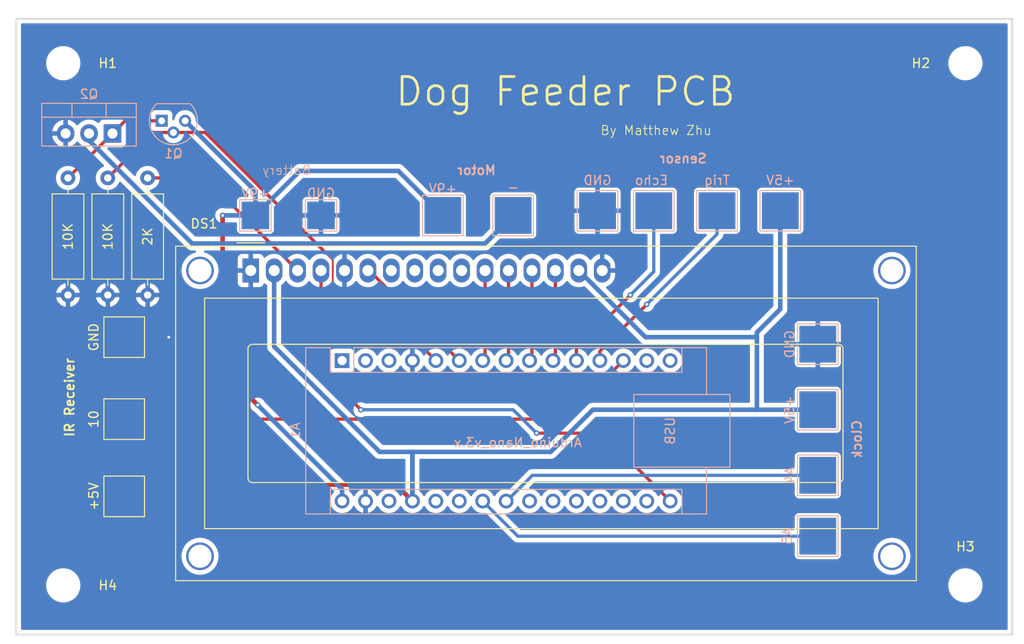
<source format=kicad_pcb>
(kicad_pcb (version 20221018) (generator pcbnew)
  (layers (0 "F.Cu" signal) (31 "B.Cu" signal) (34 "B.Paste" user) (35 "F.Paste" user) (36 "B.SilkS" user "B.Silkscreen") (37 "F.SilkS" user "F.Silkscreen") (38 "B.Mask" user) (39 "F.Mask" user) (44 "Edge.Cuts" user))
  (net 0 "")
  (net 1 "GND")
  (net 2 "+9V")
  (net 3 "+5V")
  (net 4 "/10")
  (net 5 "/9")
  (net 6 "/8")
  (net 7 "/3")
  (net 8 "Net-(Q1-E)")
  (net 9 "Net-(DS1-VO)")
  (net 10 "Net-(D1-A)")
  (net 14 "/2")
  (net 15 "/4")
  (net 16 "/5")
  (net 17 "/6")
  (net 18 "/7")
  (net 21 "/13")
  (net 28 "/A4")
  (net 29 "/A5")
  (footprint "MountingHole:MountingHole_3.2mm_M3" (layer "F.Cu") (at 191.008 125.73)
    (fp_text reference "H3" (at 0 -4.2) (layer "F.SilkS"))
    (fp_text value "MountingHole" hide)
    (pad "" np_thru_hole circle (at 0 0) (size 3.2 3.2) (drill 3.2) (layers "*.Cu" "*.Mask"))
  )
  (footprint "TestPoint:TestPoint_Pad_4.0x4.0mm" (layer "F.Cu") (at 99.822 116.078 -90)
    (fp_text reference "+5V" (at 0 3.302 90) (layer "F.SilkS"))
    (fp_text value "TestPoint" hide)
    (fp_line (start -2.2 -2.2) (end 2.2 -2.2) (stroke (width 0.12)) (layer "F.SilkS"))
    (fp_line (start -2.2 2.2) (end -2.2 -2.2) (stroke (width 0.12)) (layer "F.SilkS"))
    (fp_line (start 2.2 -2.2) (end 2.2 2.2) (stroke (width 0.12)) (layer "F.SilkS"))
    (fp_line (start 2.2 2.2) (end -2.2 2.2) (stroke (width 0.12)) (layer "F.SilkS"))
    (pad "1" smd rect (at 0 0 270) (size 4 4) (layers "F.Cu" "F.Mask") (net 3 "+5V"))
  )
  (footprint "MountingHole:MountingHole_3.2mm_M3" (layer "F.Cu") (at 191.008 69.088)
    (fp_text reference "H2" (at -4.826 0) (layer "F.SilkS"))
    (fp_text value "MountingHole" hide)
    (pad "" np_thru_hole circle (at 0 0) (size 3.2 3.2) (drill 3.2) (layers "*.Cu" "*.Mask"))
  )
  (footprint "TestPoint:TestPoint_Pad_4.0x4.0mm" (layer "F.Cu") (at 99.822 107.696 -90)
    (fp_text reference "10" (at 0 3.302 90) (layer "F.SilkS"))
    (fp_text value "TestPoint" hide)
    (fp_line (start -2.2 -2.2) (end 2.2 -2.2) (stroke (width 0.12)) (layer "F.SilkS"))
    (fp_line (start -2.2 2.2) (end -2.2 -2.2) (stroke (width 0.12)) (layer "F.SilkS"))
    (fp_line (start 2.2 -2.2) (end 2.2 2.2) (stroke (width 0.12)) (layer "F.SilkS"))
    (fp_line (start 2.2 2.2) (end -2.2 2.2) (stroke (width 0.12)) (layer "F.SilkS"))
    (pad "1" smd rect (at 0 0 270) (size 4 4) (layers "F.Cu" "F.Mask") (net 4 "/10"))
  )
  (footprint "Resistor_THT:R_Axial_DIN0309_L9.0mm_D3.2mm_P12.70mm_Horizontal" (layer "F.Cu") (at 98.044 81.534 -90)
    (fp_text reference "10K" (at 6.35 0 90) (layer "F.SilkS"))
    (fp_text value "10K" hide)
    (fp_line (start 1.04 0) (end 1.73 0) (stroke (width 0.12)) (layer "F.SilkS"))
    (fp_line (start 1.73 -1.72) (end 1.73 1.72) (stroke (width 0.12)) (layer "F.SilkS"))
    (fp_line (start 1.73 1.72) (end 10.97 1.72) (stroke (width 0.12)) (layer "F.SilkS"))
    (fp_line (start 10.97 -1.72) (end 1.73 -1.72) (stroke (width 0.12)) (layer "F.SilkS"))
    (fp_line (start 10.97 1.72) (end 10.97 -1.72) (stroke (width 0.12)) (layer "F.SilkS"))
    (fp_line (start 11.66 0) (end 10.97 0) (stroke (width 0.12)) (layer "F.SilkS"))
    (pad "1" thru_hole circle (at 0 0 270) (size 1.6 1.6) (drill 0.8) (layers "*.Cu" "*.Mask") (net 14 "/2"))
    (pad "2" thru_hole oval (at 12.7 0 270) (size 1.6 1.6) (drill 0.8) (layers "*.Cu" "*.Mask") (net 1 "GND"))
  )
  (footprint "TestPoint:TestPoint_Pad_4.0x4.0mm" (layer "F.Cu") (at 99.822 98.806 -90)
    (fp_text reference "GND" (at 0 3.302 90) (layer "F.SilkS"))
    (fp_text value "TestPoint" hide)
    (fp_line (start -2.2 -2.2) (end 2.2 -2.2) (stroke (width 0.12)) (layer "F.SilkS"))
    (fp_line (start -2.2 2.2) (end -2.2 -2.2) (stroke (width 0.12)) (layer "F.SilkS"))
    (fp_line (start 2.2 -2.2) (end 2.2 2.2) (stroke (width 0.12)) (layer "F.SilkS"))
    (fp_line (start 2.2 2.2) (end -2.2 2.2) (stroke (width 0.12)) (layer "F.SilkS"))
    (pad "1" smd rect (at 0 0 270) (size 4 4) (layers "F.Cu" "F.Mask") (net 1 "GND"))
  )
  (footprint "Resistor_THT:R_Axial_DIN0309_L9.0mm_D3.2mm_P12.70mm_Horizontal" (layer "F.Cu") (at 93.726 81.534 -90)
    (fp_text reference "10K" (at 6.35 0 90) (layer "F.SilkS"))
    (fp_text value "10K" hide)
    (fp_line (start 1.04 0) (end 1.73 0) (stroke (width 0.12)) (layer "F.SilkS"))
    (fp_line (start 1.73 -1.72) (end 1.73 1.72) (stroke (width 0.12)) (layer "F.SilkS"))
    (fp_line (start 1.73 1.72) (end 10.97 1.72) (stroke (width 0.12)) (layer "F.SilkS"))
    (fp_line (start 10.97 -1.72) (end 1.73 -1.72) (stroke (width 0.12)) (layer "F.SilkS"))
    (fp_line (start 10.97 1.72) (end 10.97 -1.72) (stroke (width 0.12)) (layer "F.SilkS"))
    (fp_line (start 11.66 0) (end 10.97 0) (stroke (width 0.12)) (layer "F.SilkS"))
    (pad "1" thru_hole circle (at 0 0 270) (size 1.6 1.6) (drill 0.8) (layers "*.Cu" "*.Mask") (net 8 "Net-(Q1-E)"))
    (pad "2" thru_hole oval (at 12.7 0 270) (size 1.6 1.6) (drill 0.8) (layers "*.Cu" "*.Mask") (net 1 "GND"))
  )
  (footprint "MountingHole:MountingHole_3.2mm_M3" (layer "F.Cu") (at 93.218 125.73)
    (fp_text reference "H4" (at 4.826 0) (layer "F.SilkS"))
    (fp_text value "MountingHole" hide)
    (pad "" np_thru_hole circle (at 0 0) (size 3.2 3.2) (drill 3.2) (layers "*.Cu" "*.Mask"))
  )
  (footprint "Display:WC1602A" (layer "F.Cu") (at 113.538 91.5765)
    (fp_text reference "DS1" (at -5.058 -5.08) (layer "F.SilkS"))
    (fp_text value "WC1602A")
    (fp_line (start -8.14 -2.64) (end -8.14 33.64) (stroke (width 0.12)) (layer "F.SilkS"))
    (fp_line (start -8.14 33.64) (end 72.14 33.64) (stroke (width 0.12)) (layer "F.SilkS"))
    (fp_line (start -8.13 -2.64) (end -7.34 -2.64) (stroke (width 0.12)) (layer "F.SilkS"))
    (fp_line (start -5 3) (end 68 3) (stroke (width 0.12)) (layer "F.SilkS"))
    (fp_line (start -5 28) (end -5 3) (stroke (width 0.12)) (layer "F.SilkS"))
    (fp_line (start -1.5 -3) (end 1.5 -3) (stroke (width 0.12)) (layer "F.SilkS"))
    (fp_line (start -0.29972 22.49932) (end -0.29972 8.5) (stroke (width 0.12)) (layer "F.SilkS"))
    (fp_line (start 0.2 8) (end 63.7 8) (stroke (width 0.12)) (layer "F.SilkS"))
    (fp_line (start 63.70066 23) (end 0.2 23) (stroke (width 0.12)) (layer "F.SilkS"))
    (fp_line (start 64.2 8.5) (end 64.2 22.5) (stroke (width 0.12)) (layer "F.SilkS"))
    (fp_line (start 68 3) (end 68 28) (stroke (width 0.12)) (layer "F.SilkS"))
    (fp_line (start 68 28) (end -5 28) (stroke (width 0.12)) (layer "F.SilkS"))
    (fp_line (start 72.14 -2.64) (end -7.34 -2.64) (stroke (width 0.12)) (layer "F.SilkS"))
    (fp_line (start 72.14 33.64) (end 72.14 -2.64) (stroke (width 0.12)) (layer "F.SilkS"))
    (fp_arc (start -0.29972 8.49884) (mid -0.153162 8.145018) (end 0.20066 7.99846) (stroke (width 0.12)) (layer "F.SilkS"))
    (fp_arc (start 0.20066 22.9997) (mid -0.153162 22.853142) (end -0.29972 22.49932) (stroke (width 0.12)) (layer "F.SilkS"))
    (fp_arc (start 63.7 8) (mid 64.053553 8.146447) (end 64.2 8.5) (stroke (width 0.12)) (layer "F.SilkS"))
    (fp_arc (start 64.20104 22.49932) (mid 64.054473 22.853115) (end 63.70066 22.9997) (stroke (width 0.12)) (layer "F.SilkS"))
    (pad "" thru_hole circle (at -5.4991 0) (size 3 3) (drill 2.5) (layers "*.Cu" "*.Mask"))
    (pad "" thru_hole circle (at -5.4991 31.0007) (size 3 3) (drill 2.5) (layers "*.Cu" "*.Mask"))
    (pad "" thru_hole circle (at 69.49948 31.0007) (size 3 3) (drill 2.5) (layers "*.Cu" "*.Mask"))
    (pad "" thru_hole circle (at 69.5 0) (size 3 3) (drill 2.5) (layers "*.Cu" "*.Mask"))
    (pad "1" thru_hole rect (at 0 0) (size 1.8 2.6) (drill 1.2) (layers "*.Cu" "*.Mask") (net 1 "GND"))
    (pad "2" thru_hole oval (at 2.54 0) (size 1.8 2.6) (drill 1.2) (layers "*.Cu" "*.Mask") (net 3 "+5V"))
    (pad "3" thru_hole oval (at 5.08 0) (size 1.8 2.6) (drill 1.2) (layers "*.Cu" "*.Mask") (net 9 "Net-(DS1-VO)"))
    (pad "4" thru_hole oval (at 7.62 0) (size 1.8 2.6) (drill 1.2) (layers "*.Cu" "*.Mask") (net 21 "/13"))
    (pad "5" thru_hole oval (at 10.16 0) (size 1.8 2.6) (drill 1.2) (layers "*.Cu" "*.Mask") (net 1 "GND"))
    (pad "6" thru_hole oval (at 12.7 0) (size 1.8 2.6) (drill 1.2) (layers "*.Cu" "*.Mask") (net 7 "/3"))
    (pad "7" thru_hole oval (at 15.24 0) (size 1.8 2.6) (drill 1.2) (layers "*.Cu" "*.Mask"))
    (pad "8" thru_hole oval (at 17.78 0) (size 1.8 2.6) (drill 1.2) (layers "*.Cu" "*.Mask"))
    (pad "9" thru_hole oval (at 20.32 0) (size 1.8 2.6) (drill 1.2) (layers "*.Cu" "*.Mask"))
    (pad "10" thru_hole oval (at 22.86 0) (size 1.8 2.6) (drill 1.2) (layers "*.Cu" "*.Mask"))
    (pad "11" thru_hole oval (at 25.4 0) (size 1.8 2.6) (drill 1.2) (layers "*.Cu" "*.Mask") (net 15 "/4"))
    (pad "12" thru_hole oval (at 27.94 0) (size 1.8 2.6) (drill 1.2) (layers "*.Cu" "*.Mask") (net 16 "/5"))
    (pad "13" thru_hole oval (at 30.48 0) (size 1.8 2.6) (drill 1.2) (layers "*.Cu" "*.Mask") (net 17 "/6"))
    (pad "14" thru_hole oval (at 33.02 0) (size 1.8 2.6) (drill 1.2) (layers "*.Cu" "*.Mask") (net 18 "/7"))
    (pad "15" thru_hole oval (at 35.56 0) (size 1.8 2.6) (drill 1.2) (layers "*.Cu" "*.Mask") (net 3 "+5V"))
    (pad "16" thru_hole oval (at 38.1 0) (size 1.8 2.6) (drill 1.2) (layers "*.Cu" "*.Mask") (net 1 "GND"))
  )
  (footprint "Resistor_THT:R_Axial_DIN0309_L9.0mm_D3.2mm_P12.70mm_Horizontal" (layer "F.Cu") (at 102.362 81.534 -90)
    (fp_text reference "R4" hide)
    (fp_text value "2k" hide)
    (fp_text user "2K" (at 6.35 0 90) (layer "F.SilkS"))
    (fp_line (start 1.04 0) (end 1.73 0) (stroke (width 0.12)) (layer "F.SilkS"))
    (fp_line (start 1.73 -1.72) (end 1.73 1.72) (stroke (width 0.12)) (layer "F.SilkS"))
    (fp_line (start 1.73 1.72) (end 10.97 1.72) (stroke (width 0.12)) (layer "F.SilkS"))
    (fp_line (start 10.97 -1.72) (end 1.73 -1.72) (stroke (width 0.12)) (layer "F.SilkS"))
    (fp_line (start 10.97 1.72) (end 10.97 -1.72) (stroke (width 0.12)) (layer "F.SilkS"))
    (fp_line (start 11.66 0) (end 10.97 0) (stroke (width 0.12)) (layer "F.SilkS"))
    (pad "1" thru_hole circle (at 0 0 270) (size 1.6 1.6) (drill 0.8) (layers "*.Cu" "*.Mask") (net 9 "Net-(DS1-VO)"))
    (pad "2" thru_hole oval (at 12.7 0 270) (size 1.6 1.6) (drill 0.8) (layers "*.Cu" "*.Mask") (net 1 "GND"))
  )
  (footprint "MountingHole:MountingHole_3.2mm_M3" (layer "F.Cu") (at 93.218 69.088)
    (fp_text reference "H1" (at 4.826 0) (layer "F.SilkS"))
    (fp_text value "MountingHole" hide)
    (pad "" np_thru_hole circle (at 0 0) (size 3.2 3.2) (drill 3.2) (layers "*.Cu" "*.Mask"))
  )
  (footprint "TestPoint:TestPoint_Pad_4.0x4.0mm" (layer "B.Cu") (at 141.986 85.598 180)
    (fp_text reference "-" (at 0 3.048) (layer "B.SilkS") (effects (justify mirror)))
    (fp_text value "TestPoint" hide)
    (fp_line (start -2.2 -2.2) (end -2.2 2.2) (stroke (width 0.12)) (layer "B.SilkS"))
    (fp_line (start -2.2 2.2) (end 2.2 2.2) (stroke (width 0.12)) (layer "B.SilkS"))
    (fp_line (start 2.2 -2.2) (end -2.2 -2.2) (stroke (width 0.12)) (layer "B.SilkS"))
    (fp_line (start 2.2 2.2) (end 2.2 -2.2) (stroke (width 0.12)) (layer "B.SilkS"))
    (pad "1" smd rect (at 0 0 180) (size 4 4) (layers "B.Cu" "B.Mask") (net 10 "Net-(D1-A)"))
  )
  (footprint "TestPoint:TestPoint_Pad_4.0x4.0mm" (layer "B.Cu") (at 134.366 85.598 180)
    (fp_text reference "+9V" (at 0 2.898) (layer "B.SilkS") (effects (justify mirror)))
    (fp_text value "TestPoint" hide)
    (fp_line (start -2.2 -2.2) (end -2.2 2.2) (stroke (width 0.12)) (layer "B.SilkS"))
    (fp_line (start -2.2 2.2) (end 2.2 2.2) (stroke (width 0.12)) (layer "B.SilkS"))
    (fp_line (start 2.2 -2.2) (end -2.2 -2.2) (stroke (width 0.12)) (layer "B.SilkS"))
    (fp_line (start 2.2 2.2) (end 2.2 -2.2) (stroke (width 0.12)) (layer "B.SilkS"))
    (pad "1" smd rect (at 0 0 180) (size 4 4) (layers "B.Cu" "B.Mask") (net 2 "+9V"))
  )
  (footprint "TestPoint:TestPoint_Pad_4.0x4.0mm" (layer "B.Cu") (at 151.13 85.09)
    (fp_text reference "GND" (at 0 -3.302) (layer "B.SilkS") (effects (justify mirror)))
    (fp_text value "TestPoint" hide)
    (fp_line (start -2.2 -2.2) (end -2.2 2.2) (stroke (width 0.12)) (layer "B.SilkS"))
    (fp_line (start -2.2 2.2) (end 2.2 2.2) (stroke (width 0.12)) (layer "B.SilkS"))
    (fp_line (start 2.2 -2.2) (end -2.2 -2.2) (stroke (width 0.12)) (layer "B.SilkS"))
    (fp_line (start 2.2 2.2) (end 2.2 -2.2) (stroke (width 0.12)) (layer "B.SilkS"))
    (pad "1" smd rect (at 0 0) (size 4 4) (layers "B.Cu" "B.Mask") (net 1 "GND"))
  )
  (footprint "TestPoint:TestPoint_Pad_4.0x4.0mm" (layer "B.Cu") (at 175.006 120.396 90)
    (fp_text reference "TP12" hide)
    (fp_text value "TestPoint" hide)
    (fp_text user "A5" (at 0 -3.302 90) (layer "B.SilkS") (effects (justify mirror)))
    (fp_line (start -2.2 -2.2) (end -2.2 2.2) (stroke (width 0.12)) (layer "B.SilkS"))
    (fp_line (start -2.2 2.2) (end 2.2 2.2) (stroke (width 0.12)) (layer "B.SilkS"))
    (fp_line (start 2.2 -2.2) (end -2.2 -2.2) (stroke (width 0.12)) (layer "B.SilkS"))
    (fp_line (start 2.2 2.2) (end 2.2 -2.2) (stroke (width 0.12)) (layer "B.SilkS"))
    (pad "1" smd rect (at 0 0 90) (size 4 4) (layers "B.Cu" "B.Mask") (net 29 "/A5"))
  )
  (footprint "TestPoint:TestPoint_Pad_4.0x4.0mm" (layer "B.Cu") (at 175.006 113.792 90)
    (fp_text reference "A4" (at 0 -3.05 90) (layer "B.SilkS") (effects (justify mirror)))
    (fp_text value "TestPoint" hide)
    (fp_line (start -2.2 -2.2) (end -2.2 2.2) (stroke (width 0.12)) (layer "B.SilkS"))
    (fp_line (start -2.2 2.2) (end 2.2 2.2) (stroke (width 0.12)) (layer "B.SilkS"))
    (fp_line (start 2.2 -2.2) (end -2.2 -2.2) (stroke (width 0.12)) (layer "B.SilkS"))
    (fp_line (start 2.2 2.2) (end 2.2 -2.2) (stroke (width 0.12)) (layer "B.SilkS"))
    (pad "1" smd rect (at 0 0 90) (size 4 4) (layers "B.Cu" "B.Mask") (net 28 "/A4"))
  )
  (footprint "TestPoint:TestPoint_Pad_3.0x3.0mm" (layer "B.Cu") (at 114.046 85.598 180)
    (fp_text reference "+9V" (at 0 2.398) (layer "B.SilkS") (effects (justify mirror)))
    (fp_text value "TestPoint" hide)
    (fp_line (start -1.7 -1.7) (end -1.7 1.7) (stroke (width 0.12)) (layer "B.SilkS"))
    (fp_line (start -1.7 1.7) (end 1.7 1.7) (stroke (width 0.12)) (layer "B.SilkS"))
    (fp_line (start 1.7 -1.7) (end -1.7 -1.7) (stroke (width 0.12)) (layer "B.SilkS"))
    (fp_line (start 1.7 1.7) (end 1.7 -1.7) (stroke (width 0.12)) (layer "B.SilkS"))
    (pad "1" smd rect (at 0 0 180) (size 3 3) (layers "B.Cu" "B.Mask") (net 2 "+9V"))
  )
  (footprint "Package_TO_SOT_THT:TO-220-3_Vertical" (layer "B.Cu") (at 98.552 76.708 180)
    (fp_text reference "Q2" (at 2.54 4.27) (layer "B.SilkS") (effects (justify mirror)))
    (fp_text value "IRF540N")
    (fp_line (start -2.58 -1.371) (end 7.66 -1.371) (stroke (width 0.12)) (layer "B.SilkS"))
    (fp_line (start -2.58 1.76) (end 7.66 1.76) (stroke (width 0.12)) (layer "B.SilkS"))
    (fp_line (start -2.58 3.27) (end -2.58 -1.371) (stroke (width 0.12)) (layer "B.SilkS"))
    (fp_line (start -2.58 3.27) (end 7.66 3.27) (stroke (width 0.12)) (layer "B.SilkS"))
    (fp_line (start 0.69 3.27) (end 0.69 1.76) (stroke (width 0.12)) (layer "B.SilkS"))
    (fp_line (start 4.391 3.27) (end 4.391 1.76) (stroke (width 0.12)) (layer "B.SilkS"))
    (fp_line (start 7.66 3.27) (end 7.66 -1.371) (stroke (width 0.12)) (layer "B.SilkS"))
    (pad "1" thru_hole rect (at 0 0 180) (size 1.905 2) (drill 1.1) (layers "*.Cu" "*.Mask") (net 8 "Net-(Q1-E)"))
    (pad "2" thru_hole oval (at 2.54 0 180) (size 1.905 2) (drill 1.1) (layers "*.Cu" "*.Mask") (net 10 "Net-(D1-A)"))
    (pad "3" thru_hole oval (at 5.08 0 180) (size 1.905 2) (drill 1.1) (layers "*.Cu" "*.Mask") (net 1 "GND"))
  )
  (footprint "TestPoint:TestPoint_Pad_3.0x3.0mm" (layer "B.Cu") (at 121.158 85.598 180)
    (fp_text reference "GND" (at 0 2.398) (layer "B.SilkS") (effects (justify mirror)))
    (fp_text value "TestPoint" hide)
    (fp_line (start -1.7 -1.7) (end -1.7 1.7) (stroke (width 0.12)) (layer "B.SilkS"))
    (fp_line (start -1.7 1.7) (end 1.7 1.7) (stroke (width 0.12)) (layer "B.SilkS"))
    (fp_line (start 1.7 -1.7) (end -1.7 -1.7) (stroke (width 0.12)) (layer "B.SilkS"))
    (fp_line (start 1.7 1.7) (end 1.7 -1.7) (stroke (width 0.12)) (layer "B.SilkS"))
    (pad "1" smd rect (at 0 0 180) (size 3 3) (layers "B.Cu" "B.Mask") (net 1 "GND"))
  )
  (footprint "Package_TO_SOT_THT:TO-92" (layer "B.Cu") (at 103.886 75.332)
    (fp_text reference "Q1" (at 1.27 3.56) (layer "B.SilkS") (effects (justify mirror)))
    (fp_text value "2N2219")
    (fp_line (start -0.53 -1.85) (end 3.07 -1.85) (stroke (width 0.12)) (layer "B.SilkS"))
    (fp_arc (start 1.27 2.6) (mid -1.132087 0.994977) (end -0.568478 -1.838478) (stroke (width 0.12)) (layer "B.SilkS"))
    (fp_arc (start 3.108478 -1.838478) (mid 3.672087 0.994977) (end 1.27 2.6) (stroke (width 0.12)) (layer "B.SilkS"))
    (pad "1" thru_hole rect (at 0 0) (size 1.3 1.3) (drill 0.75) (layers "*.Cu" "*.Mask") (net 8 "Net-(Q1-E)"))
    (pad "2" thru_hole circle (at 1.27 1.27) (size 1.3 1.3) (drill 0.75) (layers "*.Cu" "*.Mask") (net 14 "/2"))
    (pad "3" thru_hole circle (at 2.54 0) (size 1.3 1.3) (drill 0.75) (layers "*.Cu" "*.Mask") (net 2 "+9V"))
  )
  (footprint "TestPoint:TestPoint_Pad_4.0x4.0mm" (layer "B.Cu") (at 157.226 85.09)
    (fp_text reference "Echo" (at -0.254 -3.302) (layer "B.SilkS") (effects (justify mirror)))
    (fp_text value "TestPoint" hide)
    (fp_line (start -2.2 -2.2) (end -2.2 2.2) (stroke (width 0.12)) (layer "B.SilkS"))
    (fp_line (start -2.2 2.2) (end 2.2 2.2) (stroke (width 0.12)) (layer "B.SilkS"))
    (fp_line (start 2.2 -2.2) (end -2.2 -2.2) (stroke (width 0.12)) (layer "B.SilkS"))
    (fp_line (start 2.2 2.2) (end 2.2 -2.2) (stroke (width 0.12)) (layer "B.SilkS"))
    (pad "1" smd rect (at 0 0) (size 4 4) (layers "B.Cu" "B.Mask") (net 6 "/8"))
  )
  (footprint "TestPoint:TestPoint_Pad_4.0x4.0mm" (layer "B.Cu") (at 175.006 106.68 90)
    (fp_text reference "TP14" hide)
    (fp_text value "TestPoint" hide)
    (fp_text user "+5V" (at 0 -3.048 270) (layer "B.SilkS") (effects (justify mirror)))
    (fp_line (start -2.2 -2.2) (end -2.2 2.2) (stroke (width 0.12)) (layer "B.SilkS"))
    (fp_line (start -2.2 2.2) (end 2.2 2.2) (stroke (width 0.12)) (layer "B.SilkS"))
    (fp_line (start 2.2 -2.2) (end -2.2 -2.2) (stroke (width 0.12)) (layer "B.SilkS"))
    (fp_line (start 2.2 2.2) (end 2.2 -2.2) (stroke (width 0.12)) (layer "B.SilkS"))
    (pad "1" smd rect (at 0 0 90) (size 4 4) (layers "B.Cu" "B.Mask") (net 3 "+5V"))
  )
  (footprint "TestPoint:TestPoint_Pad_4.0x4.0mm" (layer "B.Cu") (at 175.006 99.568 90)
    (fp_text reference "TP15" hide)
    (fp_text value "TestPoint" hide)
    (fp_text user "GND" (at 0 -3.048 90) (layer "B.SilkS") (effects (justify mirror)))
    (fp_line (start -2.2 -2.2) (end -2.2 2.2) (stroke (width 0.12)) (layer "B.SilkS"))
    (fp_line (start -2.2 2.2) (end 2.2 2.2) (stroke (width 0.12)) (layer "B.SilkS"))
    (fp_line (start 2.2 -2.2) (end -2.2 -2.2) (stroke (width 0.12)) (layer "B.SilkS"))
    (fp_line (start 2.2 2.2) (end 2.2 -2.2) (stroke (width 0.12)) (layer "B.SilkS"))
    (pad "1" smd rect (at 0 0 90) (size 4 4) (layers "B.Cu" "B.Mask") (net 1 "GND"))
  )
  (footprint "TestPoint:TestPoint_Pad_4.0x4.0mm" (layer "B.Cu") (at 170.942 85.09)
    (fp_text reference "+5V" (at 0 -3.302) (layer "B.SilkS") (effects (justify mirror)))
    (fp_text value "TestPoint" hide)
    (fp_line (start -2.2 -2.2) (end -2.2 2.2) (stroke (width 0.12)) (layer "B.SilkS"))
    (fp_line (start -2.2 2.2) (end 2.2 2.2) (stroke (width 0.12)) (layer "B.SilkS"))
    (fp_line (start 2.2 -2.2) (end -2.2 -2.2) (stroke (width 0.12)) (layer "B.SilkS"))
    (fp_line (start 2.2 2.2) (end 2.2 -2.2) (stroke (width 0.12)) (layer "B.SilkS"))
    (pad "1" smd rect (at 0 0) (size 4 4) (layers "B.Cu" "B.Mask") (net 3 "+5V"))
  )
  (footprint "Module:Arduino_Nano" (layer "B.Cu") (at 123.444 101.346 -90)
    (fp_text reference "A1" (at 7.62 5.08 90) (layer "B.SilkS") (effects (justify mirror)))
    (fp_text value "Arduino_Nano_v3.x" (at 8.89 -19.05) (layer "B.SilkS") (effects (justify mirror)))
    (fp_text user "USB" (at 7.62 -35.56 90 unlocked) (layer "B.SilkS") (effects (justify mirror)))
    (fp_line (start -1.4 -39.5) (end 3.68 -39.5) (stroke (width 0.12)) (layer "B.SilkS"))
    (fp_line (start -1.4 -1.27) (end -1.4 -39.5) (stroke (width 0.12)) (layer "B.SilkS"))
    (fp_line (start -1.4 3.94) (end -1.4 1.27) (stroke (width 0.12)) (layer "B.SilkS"))
    (fp_line (start 1.27 -36.83) (end -1.4 -36.83) (stroke (width 0.12)) (layer "B.SilkS"))
    (fp_line (start 1.27 -1.27) (end -1.4 -1.27) (stroke (width 0.12)) (layer "B.SilkS"))
    (fp_line (start 1.27 -1.27) (end 1.27 -36.83) (stroke (width 0.12)) (layer "B.SilkS"))
    (fp_line (start 1.27 -1.27) (end 1.27 1.27) (stroke (width 0.12)) (layer "B.SilkS"))
    (fp_line (start 1.27 1.27) (end -1.4 1.27) (stroke (width 0.12)) (layer "B.SilkS"))
    (fp_line (start 3.68 -42.04) (end 3.68 -31.62) (stroke (width 0.12)) (layer "B.SilkS"))
    (fp_line (start 3.68 -31.62) (end 11.56 -31.62) (stroke (width 0.12)) (layer "B.SilkS"))
    (fp_line (start 11.56 -42.04) (end 3.68 -42.04) (stroke (width 0.12)) (layer "B.SilkS"))
    (fp_line (start 11.56 -31.62) (end 11.56 -42.04) (stroke (width 0.12)) (layer "B.SilkS"))
    (fp_line (start 13.97 -36.83) (end 16.64 -36.83) (stroke (width 0.12)) (layer "B.SilkS"))
    (fp_line (start 13.97 1.27) (end 13.97 -36.83) (stroke (width 0.12)) (layer "B.SilkS"))
    (fp_line (start 13.97 1.27) (end 16.64 1.27) (stroke (width 0.12)) (layer "B.SilkS"))
    (fp_line (start 16.64 -39.5) (end 11.56 -39.5) (stroke (width 0.12)) (layer "B.SilkS"))
    (fp_line (start 16.64 -39.5) (end 16.64 3.94) (stroke (width 0.12)) (layer "B.SilkS"))
    (fp_line (start 16.64 3.94) (end -1.4 3.94) (stroke (width 0.12)) (layer "B.SilkS"))
    (pad "1" thru_hole rect (at 0 0 270) (size 1.6 1.6) (drill 1) (layers "*.Cu" "*.Mask"))
    (pad "2" thru_hole oval (at 0 -2.54 270) (size 1.6 1.6) (drill 1) (layers "*.Cu" "*.Mask"))
    (pad "3" thru_hole oval (at 0 -5.08 270) (size 1.6 1.6) (drill 1) (layers "*.Cu" "*.Mask"))
    (pad "4" thru_hole oval (at 0 -7.62 270) (size 1.6 1.6) (drill 1) (layers "*.Cu" "*.Mask") (net 1 "GND"))
    (pad "5" thru_hole oval (at 0 -10.16 270) (size 1.6 1.6) (drill 1) (layers "*.Cu" "*.Mask") (net 14 "/2"))
    (pad "6" thru_hole oval (at 0 -12.7 270) (size 1.6 1.6) (drill 1) (layers "*.Cu" "*.Mask") (net 7 "/3"))
    (pad "7" thru_hole oval (at 0 -15.24 270) (size 1.6 1.6) (drill 1) (layers "*.Cu" "*.Mask") (net 15 "/4"))
    (pad "8" thru_hole oval (at 0 -17.78 270) (size 1.6 1.6) (drill 1) (layers "*.Cu" "*.Mask") (net 16 "/5"))
    (pad "9" thru_hole oval (at 0 -20.32 270) (size 1.6 1.6) (drill 1) (layers "*.Cu" "*.Mask") (net 17 "/6"))
    (pad "10" thru_hole oval (at 0 -22.86 270) (size 1.6 1.6) (drill 1) (layers "*.Cu" "*.Mask") (net 18 "/7"))
    (pad "11" thru_hole oval (at 0 -25.4 270) (size 1.6 1.6) (drill 1) (layers "*.Cu" "*.Mask") (net 6 "/8"))
    (pad "12" thru_hole oval (at 0 -27.94 270) (size 1.6 1.6) (drill 1) (layers "*.Cu" "*.Mask") (net 5 "/9"))
    (pad "13" thru_hole oval (at 0 -30.48 270) (size 1.6 1.6) (drill 1) (layers "*.Cu" "*.Mask") (net 4 "/10"))
    (pad "14" thru_hole oval (at 0 -33.02 270) (size 1.6 1.6) (drill 1) (layers "*.Cu" "*.Mask"))
    (pad "15" thru_hole oval (at 0 -35.56 270) (size 1.6 1.6) (drill 1) (layers "*.Cu" "*.Mask"))
    (pad "16" thru_hole oval (at 15.24 -35.56 270) (size 1.6 1.6) (drill 1) (layers "*.Cu" "*.Mask") (net 21 "/13"))
    (pad "17" thru_hole oval (at 15.24 -33.02 270) (size 1.6 1.6) (drill 1) (layers "*.Cu" "*.Mask"))
    (pad "18" thru_hole oval (at 15.24 -30.48 270) (size 1.6 1.6) (drill 1) (layers "*.Cu" "*.Mask"))
    (pad "19" thru_hole oval (at 15.24 -27.94 270) (size 1.6 1.6) (drill 1) (layers "*.Cu" "*.Mask"))
    (pad "20" thru_hole oval (at 15.24 -25.4 270) (size 1.6 1.6) (drill 1) (layers "*.Cu" "*.Mask"))
    (pad "21" thru_hole oval (at 15.24 -22.86 270) (size 1.6 1.6) (drill 1) (layers "*.Cu" "*.Mask"))
    (pad "22" thru_hole oval (at 15.24 -20.32 270) (size 1.6 1.6) (drill 1) (layers "*.Cu" "*.Mask"))
    (pad "23" thru_hole oval (at 15.24 -17.78 270) (size 1.6 1.6) (drill 1) (layers "*.Cu" "*.Mask") (net 28 "/A4"))
    (pad "24" thru_hole oval (at 15.24 -15.24 270) (size 1.6 1.6) (drill 1) (layers "*.Cu" "*.Mask") (net 29 "/A5"))
    (pad "25" thru_hole oval (at 15.24 -12.7 270) (size 1.6 1.6) (drill 1) (layers "*.Cu" "*.Mask"))
    (pad "26" thru_hole oval (at 15.24 -10.16 270) (size 1.6 1.6) (drill 1) (layers "*.Cu" "*.Mask"))
    (pad "27" thru_hole oval (at 15.24 -7.62 270) (size 1.6 1.6) (drill 1) (layers "*.Cu" "*.Mask") (net 3 "+5V"))
    (pad "28" thru_hole oval (at 15.24 -5.08 270) (size 1.6 1.6) (drill 1) (layers "*.Cu" "*.Mask"))
    (pad "29" thru_hole oval (at 15.24 -2.54 270) (size 1.6 1.6) (drill 1) (layers "*.Cu" "*.Mask") (net 1 "GND"))
    (pad "30" thru_hole oval (at 15.24 0 270) (size 1.6 1.6) (drill 1) (layers "*.Cu" "*.Mask") (net 2 "+9V"))
  )
  (footprint "TestPoint:TestPoint_Pad_4.0x4.0mm" (layer "B.Cu") (at 164.084 85.09)
    (fp_text reference "Trig" (at 0 -3.302) (layer "B.SilkS") (effects (justify mirror)))
    (fp_text value "TestPoint" hide)
    (fp_line (start -2.2 -2.2) (end -2.2 2.2) (stroke (width 0.12)) (layer "B.SilkS"))
    (fp_line (start -2.2 2.2) (end 2.2 2.2) (stroke (width 0.12)) (layer "B.SilkS"))
    (fp_line (start 2.2 -2.2) (end -2.2 -2.2) (stroke (width 0.12)) (layer "B.SilkS"))
    (fp_line (start 2.2 2.2) (end 2.2 -2.2) (stroke (width 0.12)) (layer "B.SilkS"))
    (pad "1" smd rect (at 0 0) (size 4 4) (layers "B.Cu" "B.Mask") (net 5 "/9"))
  )
  (gr_rect (start 88.138 64.262) (end 196.088 131.064) (stroke (width 0.2)) (fill none) (layer "Edge.Cuts"))
  (gr_text "Clock" (at 179.832 107.696 90) (layer "B.SilkS") (effects (font (size 1 1) (thickness 0.2) bold) (justify left bottom mirror)))
  (gr_text "Motor\n" (at 140.208 81.28) (layer "B.SilkS") (effects (font (size 1 1) (thickness 0.2) bold) (justify left bottom mirror)))
  (gr_text "Sensor" (at 163.068 80.01) (layer "B.SilkS") (effects (font (size 1 1) (thickness 0.2) bold) (justify left bottom mirror)))
  (gr_text "Battery" (at 120.142 81.28) (layer "B.SilkS") (effects (font (size 1 1) (thickness 0.1)) (justify left bottom mirror)))
  (gr_text "Dog Feeder PCB" (at 129.032 73.914) (layer "F.SilkS") (effects (font (size 3 3) (thickness 0.3) bold) (justify left bottom)))
  (gr_text "By Matthew Zhu" (at 151.384 76.962) (layer "F.SilkS") (effects (font (size 1 1) (thickness 0.1)) (justify left bottom)))
  (gr_text "IR Receiver" (at 94.488 109.728 90) (layer "F.SilkS") (effects (font (size 1 1) (thickness 0.2) bold) (justify left bottom)))
  (segment (start 99.822 98.806) (end 103.886 98.806) (width 0.5) (layer "F.Cu") (net 1))
  (segment (start 103.886 98.806) (end 104.648 98.806) (width 0.5) (layer "F.Cu") (net 1))
  (via (at 104.648 98.806) (size 0.6) (drill 0.3) (layers "F.Cu" "B.Cu") (net 1))
  (segment (start 110.49 85.598) (end 110.49 102.362) (width 0.5) (layer "F.Cu") (net 2))
  (segment (start 110.49 102.362) (end 114.3 106.172) (width 0.5) (layer "F.Cu") (net 2))
  (via (at 114.3 106.172) (size 0.6) (drill 0.3) (layers "F.Cu" "B.Cu") (net 2))
  (via (at 110.49 85.598) (size 0.6) (drill 0.3) (layers "F.Cu" "B.Cu") (net 2))
  (segment (start 114.046 82.952) (end 114.046 85.598) (width 0.5) (layer "B.Cu") (net 2))
  (segment (start 134.366 85.598) (end 129.54 80.772) (width 0.5) (layer "B.Cu") (net 2))
  (segment (start 114.3 106.172) (end 123.444 115.316) (width 0.5) (layer "B.Cu") (net 2))
  (segment (start 123.444 115.316) (end 123.444 116.586) (width 0.5) (layer "B.Cu") (net 2))
  (segment (start 129.54 80.772) (end 118.872 80.772) (width 0.5) (layer "B.Cu") (net 2))
  (segment (start 106.426 75.332) (end 114.046 82.952) (width 0.5) (layer "B.Cu") (net 2))
  (segment (start 114.046 85.598) (end 110.49 85.598) (width 0.5) (layer "B.Cu") (net 2))
  (segment (start 118.872 80.772) (end 114.046 85.598) (width 0.5) (layer "B.Cu") (net 2))
  (segment (start 99.822 116.078) (end 101.092 114.808) (width 0.5) (layer "F.Cu") (net 3))
  (segment (start 129.286 114.808) (end 131.064 116.586) (width 0.5) (layer "F.Cu") (net 3))
  (segment (start 101.092 114.808) (end 129.286 114.808) (width 0.5) (layer "F.Cu") (net 3))
  (segment (start 127.508 111.252) (end 131.064 111.252) (width 0.5) (layer "B.Cu") (net 3))
  (segment (start 156.3275 98.806) (end 168.402 98.806) (width 0.5) (layer "B.Cu") (net 3))
  (segment (start 168.402 99.568) (end 168.402 106.68) (width 0.5) (layer "B.Cu") (net 3))
  (segment (start 116.078 99.822) (end 127.508 111.252) (width 0.5) (layer "B.Cu") (net 3))
  (segment (start 168.402 98.298) (end 168.402 99.568) (width 0.5) (layer "B.Cu") (net 3))
  (segment (start 131.064 111.506) (end 131.064 116.586) (width 0.5) (layer "B.Cu") (net 3))
  (segment (start 150.622 106.68) (end 175.006 106.68) (width 0.5) (layer "B.Cu") (net 3))
  (segment (start 116.078 91.5765) (end 116.078 99.822) (width 0.5) (layer "B.Cu") (net 3))
  (segment (start 131.064 111.252) (end 146.05 111.252) (width 0.5) (layer "B.Cu") (net 3))
  (segment (start 149.098 91.5765) (end 156.3275 98.806) (width 0.5) (layer "B.Cu") (net 3))
  (segment (start 146.05 111.252) (end 150.622 106.68) (width 0.5) (layer "B.Cu") (net 3))
  (segment (start 170.942 85.09) (end 170.942 95.758) (width 0.5) (layer "B.Cu") (net 3))
  (segment (start 131.064 116.586) (end 131.064 111.252) (width 0.5) (layer "B.Cu") (net 3))
  (segment (start 170.942 95.758) (end 168.402 98.298) (width 0.5) (layer "B.Cu") (net 3))
  (segment (start 99.822 107.696) (end 147.574 107.696) (width 0.35) (layer "F.Cu") (net 4))
  (segment (start 147.574 107.696) (end 153.924 101.346) (width 0.35) (layer "F.Cu") (net 4))
  (segment (start 151.384 100.33) (end 151.384 101.346) (width 0.35) (layer "F.Cu") (net 5))
  (segment (start 156.464 95.25) (end 151.384 100.33) (width 0.35) (layer "F.Cu") (net 5))
  (via (at 156.464 95.25) (size 0.6) (drill 0.3) (layers "F.Cu" "B.Cu") (net 5))
  (segment (start 156.464 95.25) (end 164.084 87.63) (width 0.35) (layer "B.Cu") (net 5))
  (segment (start 164.084 87.63) (end 164.084 85.09) (width 0.35) (layer "B.Cu") (net 5))
  (segment (start 148.844 100.076) (end 148.844 101.346) (width 0.35) (layer "F.Cu") (net 6))
  (segment (start 154.686 94.234) (end 148.844 100.076) (width 0.35) (layer "F.Cu") (net 6))
  (via (at 154.686 94.234) (size 0.6) (drill 0.3) (layers "F.Cu" "B.Cu") (net 6))
  (segment (start 157.226 91.694) (end 157.226 85.09) (width 0.35) (layer "B.Cu") (net 6))
  (segment (start 154.686 94.234) (end 157.226 91.694) (width 0.35) (layer "B.Cu") (net 6))
  (segment (start 126.3745 91.5765) (end 136.144 101.346) (width 0.35) (layer "F.Cu") (net 7))
  (segment (start 126.238 91.5765) (end 126.3745 91.5765) (width 0.2) (layer "F.Cu") (net 7))
  (segment (start 103.886 75.332) (end 99.928 75.332) (width 0.35) (layer "F.Cu") (net 8))
  (segment (start 99.928 75.332) (end 98.552 76.708) (width 0.35) (layer "F.Cu") (net 8))
  (segment (start 98.552 76.708) (end 93.726 81.534) (width 0.35) (layer "F.Cu") (net 8))
  (segment (start 108.5795 81.534) (end 102.362 81.534) (width 0.35) (layer "F.Cu") (net 9))
  (segment (start 118.622 91.5765) (end 108.5795 81.534) (width 0.35) (layer "F.Cu") (net 9))
  (segment (start 141.986 85.598) (end 138.938 88.646) (width 0.5) (layer "B.Cu") (net 10))
  (segment (start 107.188 88.646) (end 96.012 77.47) (width 0.5) (layer "B.Cu") (net 10))
  (segment (start 138.938 88.646) (end 107.188 88.646) (width 0.5) (layer "B.Cu") (net 10))
  (segment (start 96.012 77.47) (end 96.012 76.708) (width 0.5) (layer "B.Cu") (net 10))
  (segment (start 121.412 89.408) (end 122.428 90.424) (width 0.2) (layer "F.Cu") (net 14))
  (segment (start 102.976 76.602) (end 98.044 81.534) (width 0.35) (layer "F.Cu") (net 14))
  (segment (start 122.428 90.424) (end 122.428 93.472) (width 0.2) (layer "F.Cu") (net 14))
  (segment (start 105.156 76.602) (end 102.976 76.602) (width 0.35) (layer "F.Cu") (net 14))
  (segment (start 125.984 97.028) (end 129.286 97.028) (width 0.35) (layer "F.Cu") (net 14))
  (segment (start 122.498 93.542) (end 125.984 97.028) (width 0.35) (layer "F.Cu") (net 14))
  (segment (start 122.428 93.472) (end 122.498 93.542) (width 0.2) (layer "F.Cu") (net 14))
  (segment (start 129.286 97.028) (end 133.604 101.346) (width 0.35) (layer "F.Cu") (net 14))
  (segment (start 108.606 76.602) (end 105.631 76.602) (width 0.35) (layer "F.Cu") (net 14))
  (segment (start 121.412 89.408) (end 108.606 76.602) (width 0.35) (layer "F.Cu") (net 14))
  (segment (start 138.938 101.092) (end 138.684 101.346) (width 0.35) (layer "F.Cu") (net 15))
  (segment (start 138.938 91.5765) (end 138.938 101.092) (width 0.35) (layer "F.Cu") (net 15))
  (segment (start 141.478 91.5765) (end 141.478 101.092) (width 0.35) (layer "F.Cu") (net 16))
  (segment (start 141.478 101.092) (end 141.224 101.346) (width 0.35) (layer "F.Cu") (net 16))
  (segment (start 144.018 101.092) (end 143.764 101.346) (width 0.35) (layer "F.Cu") (net 17))
  (segment (start 144.018 91.5765) (end 144.018 101.092) (width 0.35) (layer "F.Cu") (net 17))
  (segment (start 146.558 91.5765) (end 146.558 101.092) (width 0.35) (layer "F.Cu") (net 18))
  (segment (start 146.558 101.092) (end 146.304 101.346) (width 0.35) (layer "F.Cu") (net 18))
  (segment (start 121.158 91.5765) (end 121.158 102.362) (width 0.35) (layer "F.Cu") (net 21))
  (segment (start 144.526 109.22) (end 151.638 109.22) (width 0.35) (layer "F.Cu") (net 21))
  (segment (start 151.638 109.22) (end 159.004 116.586) (width 0.35) (layer "F.Cu") (net 21))
  (segment (start 121.158 102.362) (end 125.476 106.68) (width 0.35) (layer "F.Cu") (net 21))
  (via (at 144.526 109.22) (size 0.6) (drill 0.3) (layers "F.Cu" "B.Cu") (net 21))
  (via (at 125.476 106.68) (size 0.6) (drill 0.3) (layers "F.Cu" "B.Cu") (net 21))
  (segment (start 141.986 106.68) (end 144.526 109.22) (width 0.35) (layer "B.Cu") (net 21))
  (segment (start 125.476 106.68) (end 141.986 106.68) (width 0.35) (layer "B.Cu") (net 21))
  (segment (start 141.281686 116.586) (end 141.224 116.586) (width 0.2) (layer "B.Cu") (net 28))
  (segment (start 144.075686 113.792) (end 141.281686 116.586) (width 0.35) (layer "B.Cu") (net 28))
  (segment (start 175.006 113.792) (end 144.075686 113.792) (width 0.35) (layer "B.Cu") (net 28))
  (segment (start 175.006 120.396) (end 142.494 120.396) (width 0.35) (layer "B.Cu") (net 29))
  (segment (start 142.494 120.396) (end 138.684 116.586) (width 0.35) (layer "B.Cu") (net 29))
  (zone (net 1) (net_name "GND") (layer "B.Cu") (connect_pads (clearance 0.5)) (min_thickness 0.25) (fill yes (thermal_gap 0.5) (thermal_bridge_width 0.5))
    (polygon (pts (xy 88.138 131.572) (xy 86.36 62.23) (xy 196.85 62.992) (xy 197.358 132.08)))
  )
)
</source>
